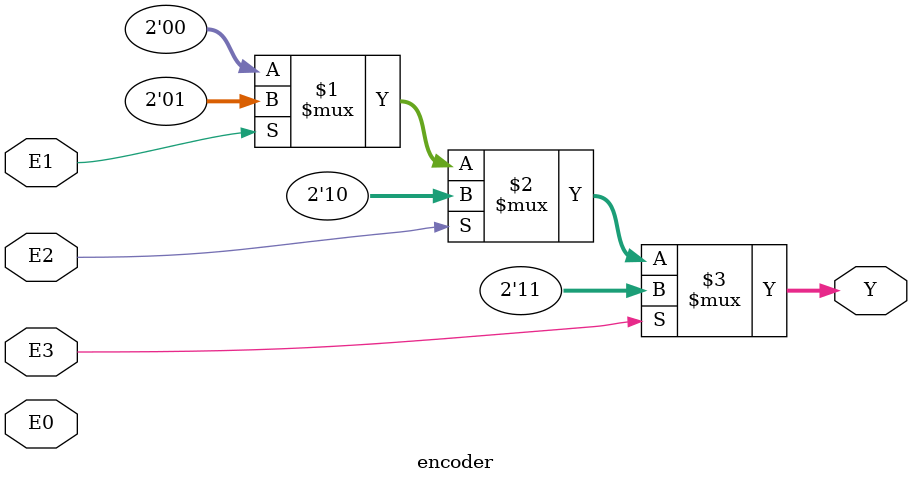
<source format=v>
module encoder(E0,E1,E2,E3,Y);
input E0,E1,E2,E3;
output [1:0]Y;
assign Y=(E3)?2'b11:(E2)?2'b10:(E1)?2'b01:2'b00;
endmodule            

</source>
